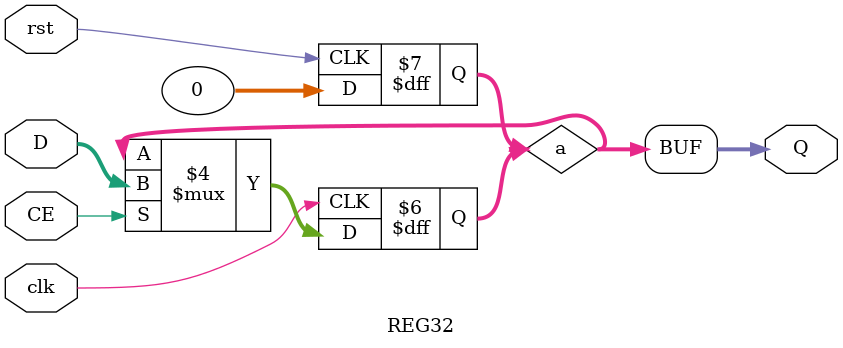
<source format=v>
`timescale 1ns / 1ps
module REG32(
input rst,
input clk,
input CE,
input [31:0]D,
output [31:0]Q
    );
reg [31:0]a;
assign Q=a;

always@(posedge rst)
begin
	a=0;
end

always@(posedge clk)
begin
	if(CE==1)
		a<=D;
end

endmodule

</source>
